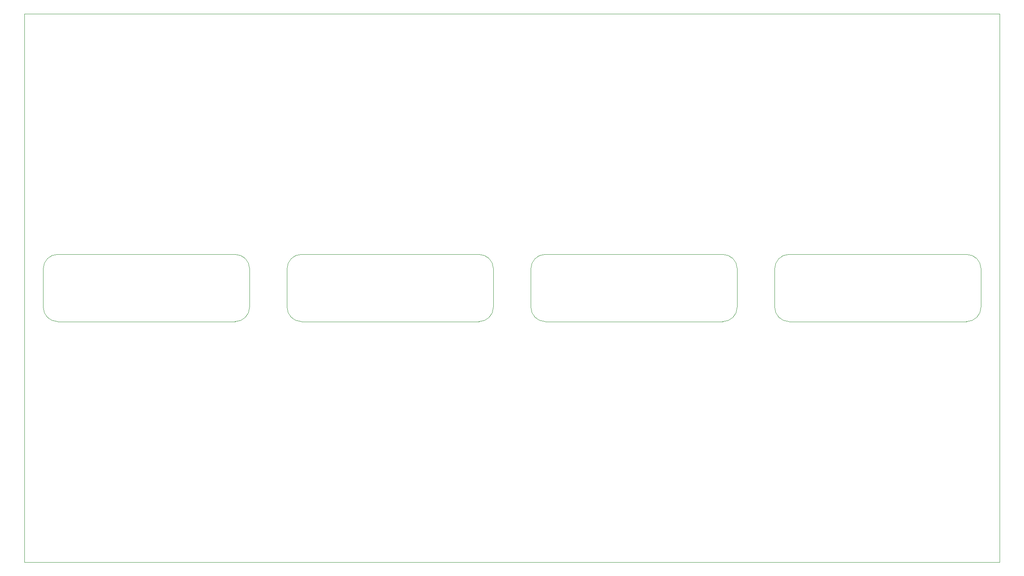
<source format=gbr>
%TF.GenerationSoftware,KiCad,Pcbnew,(6.0.6)*%
%TF.CreationDate,2022-09-06T16:14:22-05:00*%
%TF.ProjectId,etl_assembly_plate_pcb_v3,65746c5f-6173-4736-956d-626c795f706c,rev?*%
%TF.SameCoordinates,Original*%
%TF.FileFunction,Profile,NP*%
%FSLAX46Y46*%
G04 Gerber Fmt 4.6, Leading zero omitted, Abs format (unit mm)*
G04 Created by KiCad (PCBNEW (6.0.6)) date 2022-09-06 16:14:22*
%MOMM*%
%LPD*%
G01*
G04 APERTURE LIST*
%TA.AperFunction,Profile*%
%ADD10C,0.050000*%
%TD*%
G04 APERTURE END LIST*
D10*
X0Y0D02*
X0Y-114300000D01*
X6900000Y-50150000D02*
X43900000Y-50150000D01*
X43900000Y-64150000D02*
G75*
G03*
X46900000Y-61150000I0J3000000D01*
G01*
X46900000Y-61150000D02*
X46900000Y-53150000D01*
X6900000Y-50150000D02*
G75*
G03*
X3900000Y-53150000I0J-3000000D01*
G01*
X46900000Y-53150000D02*
G75*
G03*
X43900000Y-50150000I-3000000J0D01*
G01*
X156300000Y-61150000D02*
X156300000Y-53150000D01*
X148500000Y-61150000D02*
X148500000Y-53150000D01*
X199300000Y-61150000D02*
X199300000Y-53150000D01*
X108500000Y-64150000D02*
X145500000Y-64150000D01*
X6900000Y-64150000D02*
X43900000Y-64150000D01*
X159300000Y-50150000D02*
X196300000Y-50150000D01*
X159300000Y-64150000D02*
X196300000Y-64150000D01*
X105500000Y-61150000D02*
G75*
G03*
X108500000Y-64150000I3000000J0D01*
G01*
X3900000Y-61150000D02*
G75*
G03*
X6900000Y-64150000I3000000J0D01*
G01*
X97700000Y-61150000D02*
X97700000Y-53150000D01*
X54700000Y-61150000D02*
X54700000Y-53150000D01*
X0Y-114300000D02*
X203200000Y-114300000D01*
X108500000Y-50150000D02*
X145500000Y-50150000D01*
X148500000Y-53150000D02*
G75*
G03*
X145500000Y-50150000I-3000000J0D01*
G01*
X57700000Y-50150000D02*
G75*
G03*
X54700000Y-53150000I0J-3000000D01*
G01*
X108500000Y-50150000D02*
G75*
G03*
X105500000Y-53150000I0J-3000000D01*
G01*
X159300000Y-50150000D02*
G75*
G03*
X156300000Y-53150000I0J-3000000D01*
G01*
X156300000Y-61150000D02*
G75*
G03*
X159300000Y-64150000I3000000J0D01*
G01*
X57700000Y-50150000D02*
X94700000Y-50150000D01*
X203200000Y0D02*
X203200000Y-114300000D01*
X3900000Y-61150000D02*
X3900000Y-53150000D01*
X199300000Y-53150000D02*
G75*
G03*
X196300000Y-50150000I-3000000J0D01*
G01*
X97700000Y-53150000D02*
G75*
G03*
X94700000Y-50150000I-3000000J0D01*
G01*
X57700000Y-64150000D02*
X94700000Y-64150000D01*
X54700000Y-61150000D02*
G75*
G03*
X57700000Y-64150000I3000000J0D01*
G01*
X0Y0D02*
X203200000Y0D01*
X94700000Y-64150000D02*
G75*
G03*
X97700000Y-61150000I0J3000000D01*
G01*
X145500000Y-64150000D02*
G75*
G03*
X148500000Y-61150000I0J3000000D01*
G01*
X105500000Y-61150000D02*
X105500000Y-53150000D01*
X196300000Y-64150000D02*
G75*
G03*
X199300000Y-61150000I0J3000000D01*
G01*
M02*

</source>
